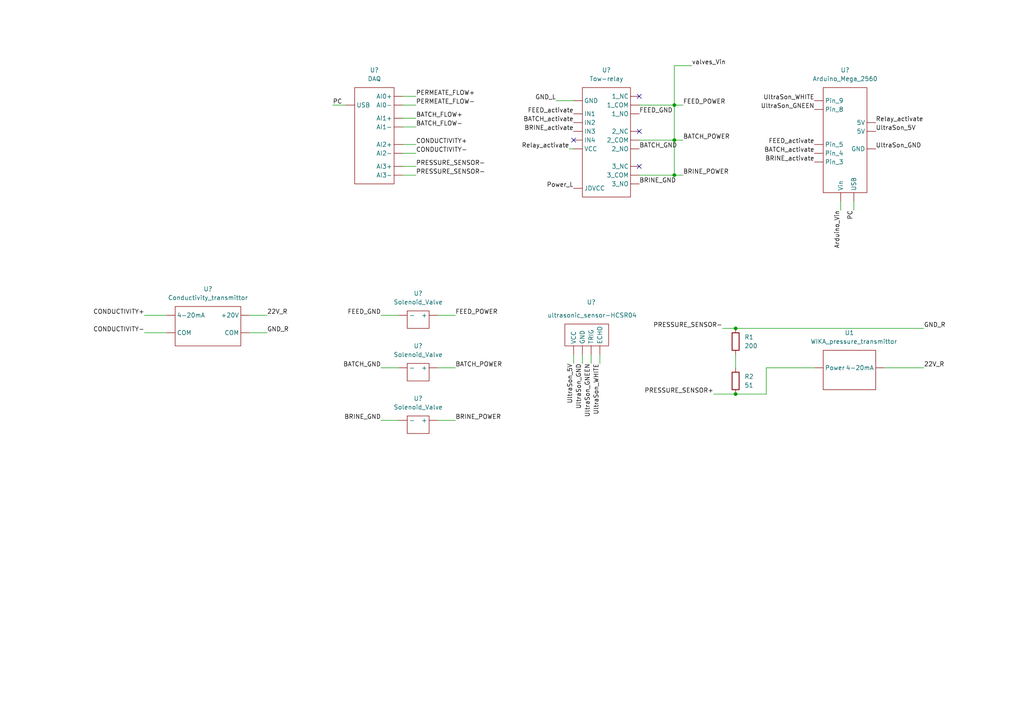
<source format=kicad_sch>
(kicad_sch (version 20211123) (generator eeschema)

  (uuid 92fff194-a5f1-4fad-9688-22485c786897)

  (paper "A4")

  (lib_symbols
    (symbol "Device:R" (pin_numbers hide) (pin_names (offset 0)) (in_bom yes) (on_board yes)
      (property "Reference" "R" (id 0) (at 2.032 0 90)
        (effects (font (size 1.27 1.27)))
      )
      (property "Value" "R" (id 1) (at 0 0 90)
        (effects (font (size 1.27 1.27)))
      )
      (property "Footprint" "" (id 2) (at -1.778 0 90)
        (effects (font (size 1.27 1.27)) hide)
      )
      (property "Datasheet" "~" (id 3) (at 0 0 0)
        (effects (font (size 1.27 1.27)) hide)
      )
      (property "ki_keywords" "R res resistor" (id 4) (at 0 0 0)
        (effects (font (size 1.27 1.27)) hide)
      )
      (property "ki_description" "Resistor" (id 5) (at 0 0 0)
        (effects (font (size 1.27 1.27)) hide)
      )
      (property "ki_fp_filters" "R_*" (id 6) (at 0 0 0)
        (effects (font (size 1.27 1.27)) hide)
      )
      (symbol "R_0_1"
        (rectangle (start -1.016 -2.54) (end 1.016 2.54)
          (stroke (width 0.254) (type default) (color 0 0 0 0))
          (fill (type none))
        )
      )
      (symbol "R_1_1"
        (pin passive line (at 0 3.81 270) (length 1.27)
          (name "~" (effects (font (size 1.27 1.27))))
          (number "1" (effects (font (size 1.27 1.27))))
        )
        (pin passive line (at 0 -3.81 90) (length 1.27)
          (name "~" (effects (font (size 1.27 1.27))))
          (number "2" (effects (font (size 1.27 1.27))))
        )
      )
    )
    (symbol "Device:ultrasonic_sensor-HCSR04" (in_bom yes) (on_board yes)
      (property "Reference" "U" (id 0) (at 0 6.35 0)
        (effects (font (size 1.27 1.27)))
      )
      (property "Value" "ultrasonic_sensor-HCSR04" (id 1) (at 0 5.08 0)
        (effects (font (size 1.27 1.27)))
      )
      (property "Footprint" "" (id 2) (at 0 0 0)
        (effects (font (size 1.27 1.27)) hide)
      )
      (property "Datasheet" "" (id 3) (at 0 0 0)
        (effects (font (size 1.27 1.27)) hide)
      )
      (symbol "ultrasonic_sensor-HCSR04_0_1"
        (rectangle (start -7.62 2.54) (end 5.08 -3.81)
          (stroke (width 0) (type default) (color 0 0 0 0))
          (fill (type none))
        )
      )
      (symbol "ultrasonic_sensor-HCSR04_1_1"
        (pin input line (at 2.54 -6.35 90) (length 2.54)
          (name "ECHO" (effects (font (size 1.27 1.27))))
          (number "" (effects (font (size 1.27 1.27))))
        )
        (pin power_in line (at -2.54 -6.35 90) (length 2.54)
          (name "GND" (effects (font (size 1.27 1.27))))
          (number "" (effects (font (size 1.27 1.27))))
        )
        (pin input line (at 0 -6.35 90) (length 2.54)
          (name "TRIG" (effects (font (size 1.27 1.27))))
          (number "" (effects (font (size 1.27 1.27))))
        )
        (pin power_in line (at -5.08 -6.35 90) (length 2.54)
          (name "VCC" (effects (font (size 1.27 1.27))))
          (number "" (effects (font (size 1.27 1.27))))
        )
      )
    )
    (symbol "Driver_Relay:Tow-relay" (in_bom yes) (on_board yes)
      (property "Reference" "U" (id 0) (at 0 10.16 0)
        (effects (font (size 1.27 1.27)))
      )
      (property "Value" "Tow-relay" (id 1) (at 0 7.62 0)
        (effects (font (size 1.27 1.27)))
      )
      (property "Footprint" "" (id 2) (at 0 0 0)
        (effects (font (size 1.27 1.27)) hide)
      )
      (property "Datasheet" "" (id 3) (at 0 0 0)
        (effects (font (size 1.27 1.27)) hide)
      )
      (symbol "Tow-relay_0_1"
        (rectangle (start -6.35 5.08) (end 7.62 -26.67)
          (stroke (width 0) (type default) (color 0 0 0 0))
          (fill (type none))
        )
      )
      (symbol "Tow-relay_1_1"
        (pin output line (at 10.16 0 180) (length 2.54)
          (name "1_COM" (effects (font (size 1.27 1.27))))
          (number "" (effects (font (size 1.27 1.27))))
        )
        (pin output line (at 10.16 2.54 180) (length 2.54)
          (name "1_NC" (effects (font (size 1.27 1.27))))
          (number "" (effects (font (size 1.27 1.27))))
        )
        (pin output line (at 10.16 -2.54 180) (length 2.54)
          (name "1_NO" (effects (font (size 1.27 1.27))))
          (number "" (effects (font (size 1.27 1.27))))
        )
        (pin output line (at 10.16 -10.16 180) (length 2.54)
          (name "2_COM" (effects (font (size 1.27 1.27))))
          (number "" (effects (font (size 1.27 1.27))))
        )
        (pin output line (at 10.16 -7.62 180) (length 2.54)
          (name "2_NC" (effects (font (size 1.27 1.27))))
          (number "" (effects (font (size 1.27 1.27))))
        )
        (pin output line (at 10.16 -12.7 180) (length 2.54)
          (name "2_NO" (effects (font (size 1.27 1.27))))
          (number "" (effects (font (size 1.27 1.27))))
        )
        (pin output line (at 10.16 -20.32 180) (length 2.54)
          (name "3_COM" (effects (font (size 1.27 1.27))))
          (number "" (effects (font (size 1.27 1.27))))
        )
        (pin output line (at 10.16 -17.78 180) (length 2.54)
          (name "3_NC" (effects (font (size 1.27 1.27))))
          (number "" (effects (font (size 1.27 1.27))))
        )
        (pin output line (at 10.16 -22.86 180) (length 2.54)
          (name "3_NO" (effects (font (size 1.27 1.27))))
          (number "" (effects (font (size 1.27 1.27))))
        )
        (pin power_in line (at -8.89 1.27 0) (length 2.54)
          (name "GND" (effects (font (size 1.27 1.27))))
          (number "" (effects (font (size 1.27 1.27))))
        )
        (pin input line (at -8.89 -2.54 0) (length 2.54)
          (name "IN1" (effects (font (size 1.27 1.27))))
          (number "" (effects (font (size 1.27 1.27))))
        )
        (pin input line (at -8.89 -5.08 0) (length 2.54)
          (name "IN2" (effects (font (size 1.27 1.27))))
          (number "" (effects (font (size 1.27 1.27))))
        )
        (pin input line (at -8.89 -7.62 0) (length 2.54)
          (name "IN3" (effects (font (size 1.27 1.27))))
          (number "" (effects (font (size 1.27 1.27))))
        )
        (pin input line (at -8.89 -10.16 0) (length 2.54)
          (name "IN4" (effects (font (size 1.27 1.27))))
          (number "" (effects (font (size 1.27 1.27))))
        )
        (pin power_in line (at -8.89 -24.13 0) (length 2.54)
          (name "JDVCC" (effects (font (size 1.27 1.27))))
          (number "" (effects (font (size 1.27 1.27))))
        )
        (pin power_in line (at -8.89 -12.7 0) (length 2.54)
          (name "VCC" (effects (font (size 1.27 1.27))))
          (number "" (effects (font (size 1.27 1.27))))
        )
      )
    )
    (symbol "MCU_Module:Arduino_Mega_2560" (in_bom yes) (on_board yes)
      (property "Reference" "U" (id 0) (at 0 16.51 0)
        (effects (font (size 1.27 1.27)))
      )
      (property "Value" "Arduino_Mega_2560" (id 1) (at 0 13.97 0)
        (effects (font (size 1.27 1.27)))
      )
      (property "Footprint" "" (id 2) (at 0 0 0)
        (effects (font (size 1.27 1.27)) hide)
      )
      (property "Datasheet" "" (id 3) (at 0 0 0)
        (effects (font (size 1.27 1.27)) hide)
      )
      (symbol "Arduino_Mega_2560_0_1"
        (rectangle (start -6.35 11.43) (end 6.35 -19.05)
          (stroke (width 0) (type default) (color 0 0 0 0))
          (fill (type none))
        )
      )
      (symbol "Arduino_Mega_2560_1_1"
        (pin output line (at 8.89 -1.27 180) (length 2.54)
          (name "5V" (effects (font (size 1.27 1.27))))
          (number "" (effects (font (size 1.27 1.27))))
        )
        (pin output line (at 8.89 1.27 180) (length 2.54)
          (name "5V" (effects (font (size 1.27 1.27))))
          (number "" (effects (font (size 1.27 1.27))))
        )
        (pin output line (at 8.89 -6.35 180) (length 2.54)
          (name "GND" (effects (font (size 1.27 1.27))))
          (number "" (effects (font (size 1.27 1.27))))
        )
        (pin output line (at -8.89 -10.16 0) (length 2.54)
          (name "Pin_3" (effects (font (size 1.27 1.27))))
          (number "" (effects (font (size 1.27 1.27))))
        )
        (pin output line (at -8.89 -7.62 0) (length 2.54)
          (name "Pin_4" (effects (font (size 1.27 1.27))))
          (number "" (effects (font (size 1.27 1.27))))
        )
        (pin output line (at -8.89 -5.08 0) (length 2.54)
          (name "Pin_5" (effects (font (size 1.27 1.27))))
          (number "" (effects (font (size 1.27 1.27))))
        )
        (pin input line (at -8.89 5.08 0) (length 2.54)
          (name "Pin_8" (effects (font (size 1.27 1.27))))
          (number "" (effects (font (size 1.27 1.27))))
        )
        (pin input line (at -8.89 7.62 0) (length 2.54)
          (name "Pin_9" (effects (font (size 1.27 1.27))))
          (number "" (effects (font (size 1.27 1.27))))
        )
        (pin bidirectional line (at 2.54 -21.59 90) (length 2.54)
          (name "USB" (effects (font (size 1.27 1.27))))
          (number "" (effects (font (size 1.27 1.27))))
        )
        (pin power_in line (at -1.27 -21.59 90) (length 2.54)
          (name "Vin" (effects (font (size 1.27 1.27))))
          (number "" (effects (font (size 1.27 1.27))))
        )
      )
    )
    (symbol "MCU_Module:DAQ" (in_bom yes) (on_board yes)
      (property "Reference" "U" (id 0) (at 0 10.16 0)
        (effects (font (size 1.27 1.27)))
      )
      (property "Value" "DAQ" (id 1) (at 0 7.62 0)
        (effects (font (size 1.27 1.27)))
      )
      (property "Footprint" "" (id 2) (at 0 0 0)
        (effects (font (size 1.27 1.27)) hide)
      )
      (property "Datasheet" "" (id 3) (at 0 0 0)
        (effects (font (size 1.27 1.27)) hide)
      )
      (symbol "DAQ_0_1"
        (rectangle (start -6.35 6.35) (end 5.08 -21.59)
          (stroke (width 0) (type default) (color 0 0 0 0))
          (fill (type none))
        )
      )
      (symbol "DAQ_1_1"
        (pin input line (at 7.62 3.81 180) (length 2.54)
          (name "AI0+" (effects (font (size 1.27 1.27))))
          (number "" (effects (font (size 1.27 1.27))))
        )
        (pin input line (at 7.62 1.27 180) (length 2.54)
          (name "AI0-" (effects (font (size 1.27 1.27))))
          (number "" (effects (font (size 1.27 1.27))))
        )
        (pin input line (at 7.62 -2.54 180) (length 2.54)
          (name "AI1+" (effects (font (size 1.27 1.27))))
          (number "" (effects (font (size 1.27 1.27))))
        )
        (pin input line (at 7.62 -5.08 180) (length 2.54)
          (name "AI1-" (effects (font (size 1.27 1.27))))
          (number "" (effects (font (size 1.27 1.27))))
        )
        (pin input line (at 7.62 -10.16 180) (length 2.54)
          (name "AI2+" (effects (font (size 1.27 1.27))))
          (number "" (effects (font (size 1.27 1.27))))
        )
        (pin input line (at 7.62 -12.7 180) (length 2.54)
          (name "AI2-" (effects (font (size 1.27 1.27))))
          (number "" (effects (font (size 1.27 1.27))))
        )
        (pin input line (at 7.62 -16.51 180) (length 2.54)
          (name "AI3+" (effects (font (size 1.27 1.27))))
          (number "" (effects (font (size 1.27 1.27))))
        )
        (pin input line (at 7.62 -19.05 180) (length 2.54)
          (name "AI3-" (effects (font (size 1.27 1.27))))
          (number "" (effects (font (size 1.27 1.27))))
        )
        (pin input line (at -8.89 1.27 0) (length 2.54)
          (name "USB" (effects (font (size 1.27 1.27))))
          (number "" (effects (font (size 1.27 1.27))))
        )
      )
    )
    (symbol "Valve:Solenoid_Valve" (in_bom yes) (on_board yes)
      (property "Reference" "U" (id 0) (at 0 10.16 0)
        (effects (font (size 1.27 1.27)))
      )
      (property "Value" "Solenoid_Valve" (id 1) (at 0 7.62 0)
        (effects (font (size 1.27 1.27)))
      )
      (property "Footprint" "" (id 2) (at 0 0 0)
        (effects (font (size 1.27 1.27)) hide)
      )
      (property "Datasheet" "" (id 3) (at 0 0 0)
        (effects (font (size 1.27 1.27)) hide)
      )
      (symbol "Solenoid_Valve_0_1"
        (rectangle (start -2.54 5.08) (end 3.81 0)
          (stroke (width 0) (type default) (color 0 0 0 0))
          (fill (type none))
        )
      )
      (symbol "Solenoid_Valve_1_1"
        (pin input line (at 6.35 3.81 180) (length 2.54)
          (name "+" (effects (font (size 1.27 1.27))))
          (number "" (effects (font (size 1.27 1.27))))
        )
        (pin input line (at -5.08 3.81 0) (length 2.54)
          (name "-" (effects (font (size 1.27 1.27))))
          (number "" (effects (font (size 1.27 1.27))))
        )
      )
    )
    (symbol "transmitter:Conductivity_transmittor" (in_bom yes) (on_board yes)
      (property "Reference" "U" (id 0) (at 0 8.89 0)
        (effects (font (size 1.27 1.27)))
      )
      (property "Value" "Conductivity_transmittor" (id 1) (at 0 6.35 0)
        (effects (font (size 1.27 1.27)))
      )
      (property "Footprint" "" (id 2) (at 0 0 0)
        (effects (font (size 1.27 1.27)) hide)
      )
      (property "Datasheet" "" (id 3) (at 0 0 0)
        (effects (font (size 1.27 1.27)) hide)
      )
      (symbol "Conductivity_transmittor_0_1"
        (rectangle (start -8.89 3.81) (end 10.16 -7.62)
          (stroke (width 0) (type default) (color 0 0 0 0))
          (fill (type none))
        )
      )
      (symbol "Conductivity_transmittor_1_1"
        (pin power_in line (at 12.7 1.27 180) (length 2.54)
          (name "+20V" (effects (font (size 1.27 1.27))))
          (number "" (effects (font (size 1.27 1.27))))
        )
        (pin power_out line (at -11.43 1.27 0) (length 2.54)
          (name "4-20mA" (effects (font (size 1.27 1.27))))
          (number "" (effects (font (size 1.27 1.27))))
        )
        (pin power_out line (at -11.43 -3.81 0) (length 2.54)
          (name "COM" (effects (font (size 1.27 1.27))))
          (number "" (effects (font (size 1.27 1.27))))
        )
        (pin power_in line (at 12.7 -3.81 180) (length 2.54)
          (name "COM" (effects (font (size 1.27 1.27))))
          (number "" (effects (font (size 1.27 1.27))))
        )
      )
    )
    (symbol "transmitter:WIKA_pressure_transmittor" (in_bom yes) (on_board yes)
      (property "Reference" "U" (id 0) (at 0 10.16 0)
        (effects (font (size 1.27 1.27)))
      )
      (property "Value" "WIKA_pressure_transmittor" (id 1) (at 0 12.7 0)
        (effects (font (size 1.27 1.27)))
      )
      (property "Footprint" "" (id 2) (at 0 0 0)
        (effects (font (size 1.27 1.27)) hide)
      )
      (property "Datasheet" "" (id 3) (at 0 0 0)
        (effects (font (size 1.27 1.27)) hide)
      )
      (symbol "WIKA_pressure_transmittor_0_1"
        (rectangle (start -7.62 6.35) (end 7.62 -5.08)
          (stroke (width 0) (type default) (color 0 0 0 0))
          (fill (type none))
        )
      )
      (symbol "WIKA_pressure_transmittor_1_1"
        (pin output line (at 10.16 1.27 180) (length 2.54)
          (name "4-20mA" (effects (font (size 1.27 1.27))))
          (number "" (effects (font (size 1.27 1.27))))
        )
        (pin input line (at -10.16 1.27 0) (length 2.54)
          (name "Power" (effects (font (size 1.27 1.27))))
          (number "" (effects (font (size 1.27 1.27))))
        )
      )
    )
  )

  (junction (at 195.58 40.64) (diameter 0) (color 0 0 0 0)
    (uuid 6a132c1a-0a95-4ac4-bb99-f6a5ff8b33d1)
  )
  (junction (at 195.58 30.48) (diameter 0) (color 0 0 0 0)
    (uuid 9ebe19af-88df-4392-9d38-b3dfa80b53b9)
  )
  (junction (at 213.36 95.25) (diameter 0) (color 0 0 0 0)
    (uuid b8ae154b-f1d2-4701-9f03-23894b34c4ad)
  )
  (junction (at 213.36 114.3) (diameter 0) (color 0 0 0 0)
    (uuid c524b0d7-352a-4551-a042-a18f623aa035)
  )
  (junction (at 195.58 50.8) (diameter 0) (color 0 0 0 0)
    (uuid d4df72e3-22e1-43d6-8089-a902e1572aa0)
  )

  (no_connect (at 166.37 40.64) (uuid 24fba2c8-2118-434d-be11-41229fcb766d))
  (no_connect (at 185.42 27.94) (uuid 24fba2c8-2118-434d-be11-41229fcb766e))
  (no_connect (at 185.42 48.26) (uuid 24fba2c8-2118-434d-be11-41229fcb766f))
  (no_connect (at 185.42 38.1) (uuid 24fba2c8-2118-434d-be11-41229fcb7670))

  (wire (pts (xy 209.55 95.25) (xy 213.36 95.25))
    (stroke (width 0) (type default) (color 0 0 0 0))
    (uuid 001cf25f-ec89-434e-ae31-e36c774f312f)
  )
  (wire (pts (xy 200.66 19.05) (xy 195.58 19.05))
    (stroke (width 0) (type default) (color 0 0 0 0))
    (uuid 04b438c9-7e7c-4e43-b07c-db781c4067e1)
  )
  (wire (pts (xy 116.84 34.29) (xy 120.65 34.29))
    (stroke (width 0) (type default) (color 0 0 0 0))
    (uuid 07ad938b-2639-4d28-a5af-cfeb9d179760)
  )
  (wire (pts (xy 213.36 102.87) (xy 213.36 106.68))
    (stroke (width 0) (type default) (color 0 0 0 0))
    (uuid 07fcc780-20de-4295-9c12-4f1911fa7ca3)
  )
  (wire (pts (xy 195.58 50.8) (xy 198.12 50.8))
    (stroke (width 0) (type default) (color 0 0 0 0))
    (uuid 0a3fc0cf-1a82-4585-97c5-4a1a5bdd8c9c)
  )
  (wire (pts (xy 116.84 30.48) (xy 120.65 30.48))
    (stroke (width 0) (type default) (color 0 0 0 0))
    (uuid 0d057604-a02a-4a25-906e-8b26c228ac6f)
  )
  (wire (pts (xy 110.49 91.44) (xy 115.57 91.44))
    (stroke (width 0) (type default) (color 0 0 0 0))
    (uuid 0e3fdeac-92a3-42fe-aded-c68fc2304de1)
  )
  (wire (pts (xy 166.37 102.87) (xy 166.37 105.41))
    (stroke (width 0) (type default) (color 0 0 0 0))
    (uuid 0fe7b95a-ae04-417f-b95b-dd34e43e06b0)
  )
  (wire (pts (xy 116.84 48.26) (xy 120.65 48.26))
    (stroke (width 0) (type default) (color 0 0 0 0))
    (uuid 2092b4eb-4c1b-43c7-a9f4-77f8c612b7ba)
  )
  (wire (pts (xy 127 106.68) (xy 132.08 106.68))
    (stroke (width 0) (type default) (color 0 0 0 0))
    (uuid 21e1f9e0-03c9-4ff0-b800-dab23a6099fa)
  )
  (wire (pts (xy 171.45 102.87) (xy 171.45 105.41))
    (stroke (width 0) (type default) (color 0 0 0 0))
    (uuid 3513f682-6b85-455e-a1bd-914bce8c6b54)
  )
  (wire (pts (xy 256.54 106.68) (xy 267.97 106.68))
    (stroke (width 0) (type default) (color 0 0 0 0))
    (uuid 365402ba-cee5-4a44-9b21-ab583dc45966)
  )
  (wire (pts (xy 116.84 36.83) (xy 120.65 36.83))
    (stroke (width 0) (type default) (color 0 0 0 0))
    (uuid 3a5d3a6e-d4c8-4766-85f1-3e8063af4a07)
  )
  (wire (pts (xy 168.91 102.87) (xy 168.91 105.41))
    (stroke (width 0) (type default) (color 0 0 0 0))
    (uuid 3c0e4f01-5344-40b4-aab8-ae7b4561e935)
  )
  (wire (pts (xy 195.58 40.64) (xy 195.58 50.8))
    (stroke (width 0) (type default) (color 0 0 0 0))
    (uuid 3c9aecef-f505-4691-9de9-c7df63812c5b)
  )
  (wire (pts (xy 222.25 114.3) (xy 222.25 106.68))
    (stroke (width 0) (type default) (color 0 0 0 0))
    (uuid 408dbe23-9b87-4b24-8dd7-a25a46e365ed)
  )
  (wire (pts (xy 110.49 121.92) (xy 115.57 121.92))
    (stroke (width 0) (type default) (color 0 0 0 0))
    (uuid 437211f9-4e0f-4f29-b05e-347c7bb2204b)
  )
  (wire (pts (xy 41.91 96.52) (xy 48.26 96.52))
    (stroke (width 0) (type default) (color 0 0 0 0))
    (uuid 450d7be3-2d23-4b19-9903-7d54b3cff566)
  )
  (wire (pts (xy 161.29 29.21) (xy 166.37 29.21))
    (stroke (width 0) (type default) (color 0 0 0 0))
    (uuid 4a1da989-f164-4d25-ab17-40868822e48e)
  )
  (wire (pts (xy 185.42 40.64) (xy 195.58 40.64))
    (stroke (width 0) (type default) (color 0 0 0 0))
    (uuid 57c86bcf-2375-4a58-b6c6-b4aa457f97e2)
  )
  (wire (pts (xy 96.52 30.48) (xy 100.33 30.48))
    (stroke (width 0) (type default) (color 0 0 0 0))
    (uuid 5efede11-0860-4765-963b-114313c5fd59)
  )
  (wire (pts (xy 207.01 114.3) (xy 213.36 114.3))
    (stroke (width 0) (type default) (color 0 0 0 0))
    (uuid 60142c7b-03d5-4ed7-b9ae-eb7563b5d137)
  )
  (wire (pts (xy 195.58 19.05) (xy 195.58 30.48))
    (stroke (width 0) (type default) (color 0 0 0 0))
    (uuid 674a7faa-7e43-48a4-907c-0e5e62911d82)
  )
  (wire (pts (xy 116.84 50.8) (xy 120.65 50.8))
    (stroke (width 0) (type default) (color 0 0 0 0))
    (uuid 72a09740-ce1b-4b19-b496-443400d1331e)
  )
  (wire (pts (xy 116.84 41.91) (xy 120.65 41.91))
    (stroke (width 0) (type default) (color 0 0 0 0))
    (uuid 772b7e69-14ae-4ccf-b455-a827a7777b9a)
  )
  (wire (pts (xy 127 121.92) (xy 132.08 121.92))
    (stroke (width 0) (type default) (color 0 0 0 0))
    (uuid 806411d2-8ae6-456f-bc11-d3f36d8d8935)
  )
  (wire (pts (xy 213.36 114.3) (xy 222.25 114.3))
    (stroke (width 0) (type default) (color 0 0 0 0))
    (uuid 8726e5e9-b10a-47d4-8218-ae80d90fcab5)
  )
  (wire (pts (xy 243.84 58.42) (xy 243.84 60.96))
    (stroke (width 0) (type default) (color 0 0 0 0))
    (uuid 8970f9f7-bab1-4dd6-baa4-f94d7dc3cffb)
  )
  (wire (pts (xy 116.84 27.94) (xy 120.65 27.94))
    (stroke (width 0) (type default) (color 0 0 0 0))
    (uuid 8b5b3ca7-21bd-4e01-92aa-54f2bcd895a8)
  )
  (wire (pts (xy 110.49 106.68) (xy 115.57 106.68))
    (stroke (width 0) (type default) (color 0 0 0 0))
    (uuid 8f6e2f9c-7e4f-4476-9760-542e4b096290)
  )
  (wire (pts (xy 41.91 91.44) (xy 48.26 91.44))
    (stroke (width 0) (type default) (color 0 0 0 0))
    (uuid 94ada2a5-bed4-4748-99c2-f38f20ea9b7a)
  )
  (wire (pts (xy 213.36 95.25) (xy 267.97 95.25))
    (stroke (width 0) (type default) (color 0 0 0 0))
    (uuid 95808c84-e38a-4e7e-933a-55adfcd20866)
  )
  (wire (pts (xy 72.39 96.52) (xy 77.47 96.52))
    (stroke (width 0) (type default) (color 0 0 0 0))
    (uuid 973acbe5-3313-4695-818e-fb23eb05ce0c)
  )
  (wire (pts (xy 185.42 50.8) (xy 195.58 50.8))
    (stroke (width 0) (type default) (color 0 0 0 0))
    (uuid 9ae9a480-f6f0-44ce-9a53-770751d4ecdf)
  )
  (wire (pts (xy 72.39 91.44) (xy 77.47 91.44))
    (stroke (width 0) (type default) (color 0 0 0 0))
    (uuid a93ddcaa-610f-46bc-bbd8-e02ec351d222)
  )
  (wire (pts (xy 185.42 30.48) (xy 195.58 30.48))
    (stroke (width 0) (type default) (color 0 0 0 0))
    (uuid ad8b4ca6-3e58-4133-be87-8a4c77520a73)
  )
  (wire (pts (xy 127 91.44) (xy 132.08 91.44))
    (stroke (width 0) (type default) (color 0 0 0 0))
    (uuid b59e922d-fb77-4045-bd44-8b06dbf6131c)
  )
  (wire (pts (xy 116.84 44.45) (xy 120.65 44.45))
    (stroke (width 0) (type default) (color 0 0 0 0))
    (uuid c78f9a4e-702b-4c26-a0fa-601bd9672ef2)
  )
  (wire (pts (xy 195.58 30.48) (xy 195.58 40.64))
    (stroke (width 0) (type default) (color 0 0 0 0))
    (uuid d719c0fa-168b-4d5b-bbee-6cfdb045c774)
  )
  (wire (pts (xy 195.58 40.64) (xy 198.12 40.64))
    (stroke (width 0) (type default) (color 0 0 0 0))
    (uuid d8d71ae9-c80f-43ed-b4a2-04b3c8dd4d97)
  )
  (wire (pts (xy 222.25 106.68) (xy 236.22 106.68))
    (stroke (width 0) (type default) (color 0 0 0 0))
    (uuid dc237333-6722-4d26-b2c2-6880b61f5e8c)
  )
  (wire (pts (xy 165.1 43.18) (xy 166.37 43.18))
    (stroke (width 0) (type default) (color 0 0 0 0))
    (uuid e4937594-09bb-47f6-b447-6828820141b7)
  )
  (wire (pts (xy 247.65 58.42) (xy 247.65 60.96))
    (stroke (width 0) (type default) (color 0 0 0 0))
    (uuid e7a6b41a-4512-458e-8f1a-ee906d406f08)
  )
  (wire (pts (xy 173.99 102.87) (xy 173.99 105.41))
    (stroke (width 0) (type default) (color 0 0 0 0))
    (uuid f0045748-cf8e-448c-ac52-0984d9973578)
  )
  (wire (pts (xy 195.58 30.48) (xy 198.12 30.48))
    (stroke (width 0) (type default) (color 0 0 0 0))
    (uuid fffacd04-b683-406f-9102-c0835562c104)
  )

  (label "PRESSURE_SENSOR+" (at 207.01 114.3 180)
    (effects (font (size 1.27 1.27)) (justify right bottom))
    (uuid 096dd631-e6d2-47a3-9104-7e56a16c37ab)
  )
  (label "BATCH_POWER" (at 198.12 40.64 0)
    (effects (font (size 1.27 1.27)) (justify left bottom))
    (uuid 09d6ba93-9415-4f2e-a4ef-977953981f35)
  )
  (label "Power_L" (at 166.37 54.61 180)
    (effects (font (size 1.27 1.27)) (justify right bottom))
    (uuid 0db3b91c-9832-473a-9fb8-7e975132a7cb)
  )
  (label "UltraSon_5V" (at 166.37 105.41 270)
    (effects (font (size 1.27 1.27)) (justify right bottom))
    (uuid 1d98c345-913b-4b54-84a0-91613af99db6)
  )
  (label "FEED_GND" (at 185.42 33.02 0)
    (effects (font (size 1.27 1.27)) (justify left bottom))
    (uuid 1ed39b2e-1a4f-4a07-8b06-40bc80fa20b7)
  )
  (label "CONDUCTIVITY-" (at 41.91 96.52 180)
    (effects (font (size 1.27 1.27)) (justify right bottom))
    (uuid 2c7cb12a-c6c5-4f80-bbd7-b8e81a926e92)
  )
  (label "FEED_POWER" (at 132.08 91.44 0)
    (effects (font (size 1.27 1.27)) (justify left bottom))
    (uuid 2c90518c-3b1b-4d5b-a902-70dea3e8a1fc)
  )
  (label "FEED_activate" (at 166.37 33.02 180)
    (effects (font (size 1.27 1.27)) (justify right bottom))
    (uuid 2ca0227b-7ff7-452e-9a60-108ff2e47fc7)
  )
  (label "Arduino_Vin" (at 243.84 60.96 270)
    (effects (font (size 1.27 1.27)) (justify right bottom))
    (uuid 2f89e4aa-911e-498a-9977-c3b4a25334fd)
  )
  (label "PRESSURE_SENSOR-" (at 209.55 95.25 180)
    (effects (font (size 1.27 1.27)) (justify right bottom))
    (uuid 3122e488-1e4d-49b5-b502-36147add693a)
  )
  (label "FEED_POWER" (at 198.12 30.48 0)
    (effects (font (size 1.27 1.27)) (justify left bottom))
    (uuid 3384be25-35ea-4f86-b201-a2ffbbcd981d)
  )
  (label "PRESSURE_SENSOR-" (at 120.65 48.26 0)
    (effects (font (size 1.27 1.27)) (justify left bottom))
    (uuid 38bd7405-4b8f-4d2b-a87f-c508e3ad49cb)
  )
  (label "PC" (at 247.65 60.96 270)
    (effects (font (size 1.27 1.27)) (justify right bottom))
    (uuid 3fcc142e-77ff-454a-9177-381c397156ef)
  )
  (label "BATCH_POWER" (at 132.08 106.68 0)
    (effects (font (size 1.27 1.27)) (justify left bottom))
    (uuid 4062ced2-6da1-4b30-bdba-c5466a11f855)
  )
  (label "CONDUCTIVITY+" (at 41.91 91.44 180)
    (effects (font (size 1.27 1.27)) (justify right bottom))
    (uuid 427d9673-8c3f-46f6-b084-b83ab5cb43e4)
  )
  (label "UltraSon_WHITE" (at 236.22 29.21 180)
    (effects (font (size 1.27 1.27)) (justify right bottom))
    (uuid 430b62a0-f716-44b4-9ed2-81dcabb04c6d)
  )
  (label "GND_R" (at 77.47 96.52 0)
    (effects (font (size 1.27 1.27)) (justify left bottom))
    (uuid 43d70c22-25e2-4bec-a872-b972bd670462)
  )
  (label "BRINE_activate" (at 236.22 46.99 180)
    (effects (font (size 1.27 1.27)) (justify right bottom))
    (uuid 52cfe300-fa85-45f7-b4c7-87d84cbba560)
  )
  (label "BRINE_POWER" (at 132.08 121.92 0)
    (effects (font (size 1.27 1.27)) (justify left bottom))
    (uuid 52f13697-f7fb-43a7-b63c-8640dd5a6f27)
  )
  (label "UltraSon_WHITE" (at 173.99 105.41 270)
    (effects (font (size 1.27 1.27)) (justify right bottom))
    (uuid 55ad7b62-10c2-428f-a701-a64bf30efecd)
  )
  (label "UltraSon_GNEEN" (at 171.45 105.41 270)
    (effects (font (size 1.27 1.27)) (justify right bottom))
    (uuid 5bbb24ad-46d5-45bc-b28a-0d11da30b5d6)
  )
  (label "BATCH_FLOW-" (at 120.65 36.83 0)
    (effects (font (size 1.27 1.27)) (justify left bottom))
    (uuid 5bc01b88-aa07-43ca-a5b9-8ec2b737137f)
  )
  (label "valves_Vin" (at 200.66 19.05 0)
    (effects (font (size 1.27 1.27)) (justify left bottom))
    (uuid 5fd4f5ba-6d79-4fb1-939f-004074e67199)
  )
  (label "BRINE_POWER" (at 198.12 50.8 0)
    (effects (font (size 1.27 1.27)) (justify left bottom))
    (uuid 6586cb1d-5959-41be-bb8e-425ea192324d)
  )
  (label "PERMEATE_FLOW+" (at 120.65 27.94 0)
    (effects (font (size 1.27 1.27)) (justify left bottom))
    (uuid 6fdfaa10-127b-4f6a-b04e-8a10b61f01fe)
  )
  (label "FEED_GND" (at 110.49 91.44 180)
    (effects (font (size 1.27 1.27)) (justify right bottom))
    (uuid 7368a357-2638-4588-9913-52b451b3da5a)
  )
  (label "UltraSon_5V" (at 254 38.1 0)
    (effects (font (size 1.27 1.27)) (justify left bottom))
    (uuid 76ccf92b-191d-4d48-a137-daa991584785)
  )
  (label "UltraSon_GND" (at 254 43.18 0)
    (effects (font (size 1.27 1.27)) (justify left bottom))
    (uuid 77238896-4e4e-4303-9813-7ffa00fabdff)
  )
  (label "GND_L" (at 161.29 29.21 180)
    (effects (font (size 1.27 1.27)) (justify right bottom))
    (uuid 7b98abb0-e86b-4a13-b7ca-795e21a5245e)
  )
  (label "BATCH_FLOW+" (at 120.65 34.29 0)
    (effects (font (size 1.27 1.27)) (justify left bottom))
    (uuid 80cc81bc-581c-471d-9cf2-b6f336f27e33)
  )
  (label "Relay_activate" (at 165.1 43.18 180)
    (effects (font (size 1.27 1.27)) (justify right bottom))
    (uuid 890cb91a-af84-4eeb-970b-4f5c878ca868)
  )
  (label "22V_R" (at 77.47 91.44 0)
    (effects (font (size 1.27 1.27)) (justify left bottom))
    (uuid 8fdbfb2d-303d-4aaf-8746-8331d37eddba)
  )
  (label "CONDUCTIVITY+" (at 120.65 41.91 0)
    (effects (font (size 1.27 1.27)) (justify left bottom))
    (uuid 98b43a78-4758-4862-a0e7-a573d428e7ae)
  )
  (label "BRINE_GND" (at 185.42 53.34 0)
    (effects (font (size 1.27 1.27)) (justify left bottom))
    (uuid a114fdda-eb09-43a1-b29e-bc1ba36140f6)
  )
  (label "BRINE_activate" (at 166.37 38.1 180)
    (effects (font (size 1.27 1.27)) (justify right bottom))
    (uuid a1eedd51-91fa-4277-becf-a2cba099a52c)
  )
  (label "UltraSon_GNEEN" (at 236.22 31.75 180)
    (effects (font (size 1.27 1.27)) (justify right bottom))
    (uuid a5a54b82-7bf1-4c88-a166-a69dc25b2f98)
  )
  (label "FEED_activate" (at 236.22 41.91 180)
    (effects (font (size 1.27 1.27)) (justify right bottom))
    (uuid a96f354a-765c-4640-a4b9-4d3021ecaaee)
  )
  (label "PRESSURE_SENSOR-" (at 120.65 50.8 0)
    (effects (font (size 1.27 1.27)) (justify left bottom))
    (uuid c306b558-a28e-4005-b5df-5a9295b88ef7)
  )
  (label "BATCH_GND" (at 185.42 43.18 0)
    (effects (font (size 1.27 1.27)) (justify left bottom))
    (uuid c4b4f014-2d7a-4333-9365-dcd26c4fa9f7)
  )
  (label "Relay_activate" (at 254 35.56 0)
    (effects (font (size 1.27 1.27)) (justify left bottom))
    (uuid c77296bc-11c2-42c8-9dd3-796de420a965)
  )
  (label "PC" (at 96.52 30.48 0)
    (effects (font (size 1.27 1.27)) (justify left bottom))
    (uuid c9080f99-4c5f-4ba9-a9bb-8b7d83320dea)
  )
  (label "22V_R" (at 267.97 106.68 0)
    (effects (font (size 1.27 1.27)) (justify left bottom))
    (uuid c9899af9-098f-4a5d-b293-3d7de84b14a9)
  )
  (label "BATCH_activate" (at 166.37 35.56 180)
    (effects (font (size 1.27 1.27)) (justify right bottom))
    (uuid ce654b54-cd80-4d07-9f92-ba4858cf050c)
  )
  (label "PERMEATE_FLOW-" (at 120.65 30.48 0)
    (effects (font (size 1.27 1.27)) (justify left bottom))
    (uuid d901736c-cd50-4d02-ae5e-26bd370a460f)
  )
  (label "BRINE_GND" (at 110.49 121.92 180)
    (effects (font (size 1.27 1.27)) (justify right bottom))
    (uuid db473769-28bb-4244-89c9-69da653ecae8)
  )
  (label "UltraSon_GND" (at 168.91 105.41 270)
    (effects (font (size 1.27 1.27)) (justify right bottom))
    (uuid e1d256c2-36f9-4002-af6c-bbbda953d168)
  )
  (label "BATCH_GND" (at 110.49 106.68 180)
    (effects (font (size 1.27 1.27)) (justify right bottom))
    (uuid e340738b-705e-4cdd-8c85-de706305511e)
  )
  (label "GND_R" (at 267.97 95.25 0)
    (effects (font (size 1.27 1.27)) (justify left bottom))
    (uuid e5f91850-a82d-4e73-9036-d5a698a9f243)
  )
  (label "BATCH_activate" (at 236.22 44.45 180)
    (effects (font (size 1.27 1.27)) (justify right bottom))
    (uuid efd194d1-ee9e-4711-9ae5-04e9decfcc73)
  )
  (label "CONDUCTIVITY-" (at 120.65 44.45 0)
    (effects (font (size 1.27 1.27)) (justify left bottom))
    (uuid fd990e22-ae11-4b97-adfc-3c1f9786edcc)
  )

  (symbol (lib_id "MCU_Module:Arduino_Mega_2560") (at 245.11 36.83 0) (unit 1)
    (in_bom yes) (on_board yes) (fields_autoplaced)
    (uuid 1f16e926-26a9-4aa1-9d78-1ec65949f760)
    (property "Reference" "U?" (id 0) (at 245.11 20.32 0))
    (property "Value" "Arduino_Mega_2560" (id 1) (at 245.11 22.86 0))
    (property "Footprint" "" (id 2) (at 245.11 36.83 0)
      (effects (font (size 1.27 1.27)) hide)
    )
    (property "Datasheet" "" (id 3) (at 245.11 36.83 0)
      (effects (font (size 1.27 1.27)) hide)
    )
    (pin "" (uuid 2755ead3-da24-4504-b4a4-6ef1ed85b33d))
    (pin "" (uuid 2755ead3-da24-4504-b4a4-6ef1ed85b33d))
    (pin "" (uuid 2755ead3-da24-4504-b4a4-6ef1ed85b33d))
    (pin "" (uuid 2755ead3-da24-4504-b4a4-6ef1ed85b33d))
    (pin "" (uuid 2755ead3-da24-4504-b4a4-6ef1ed85b33d))
    (pin "" (uuid 2755ead3-da24-4504-b4a4-6ef1ed85b33d))
    (pin "" (uuid 2755ead3-da24-4504-b4a4-6ef1ed85b33d))
    (pin "" (uuid 2755ead3-da24-4504-b4a4-6ef1ed85b33d))
    (pin "" (uuid 2755ead3-da24-4504-b4a4-6ef1ed85b33d))
    (pin "" (uuid 2755ead3-da24-4504-b4a4-6ef1ed85b33d))
  )

  (symbol (lib_id "Device:R") (at 213.36 110.49 0) (unit 1)
    (in_bom yes) (on_board yes) (fields_autoplaced)
    (uuid 27c34a42-26f9-41c6-bd40-8f658259094e)
    (property "Reference" "R2" (id 0) (at 215.9 109.2199 0)
      (effects (font (size 1.27 1.27)) (justify left))
    )
    (property "Value" "51" (id 1) (at 215.9 111.7599 0)
      (effects (font (size 1.27 1.27)) (justify left))
    )
    (property "Footprint" "" (id 2) (at 211.582 110.49 90)
      (effects (font (size 1.27 1.27)) hide)
    )
    (property "Datasheet" "~" (id 3) (at 213.36 110.49 0)
      (effects (font (size 1.27 1.27)) hide)
    )
    (pin "1" (uuid c1b16557-5156-4d02-a330-f1771ae9d328))
    (pin "2" (uuid 3d426552-0765-4b6a-a6f8-602d0e06107c))
  )

  (symbol (lib_id "transmitter:Conductivity_transmittor") (at 59.69 92.71 0) (unit 1)
    (in_bom yes) (on_board yes) (fields_autoplaced)
    (uuid 29f9c962-155a-472d-914a-493da6111a95)
    (property "Reference" "U?" (id 0) (at 60.325 83.82 0))
    (property "Value" "Conductivity_transmittor" (id 1) (at 60.325 86.36 0))
    (property "Footprint" "" (id 2) (at 59.69 92.71 0)
      (effects (font (size 1.27 1.27)) hide)
    )
    (property "Datasheet" "" (id 3) (at 59.69 92.71 0)
      (effects (font (size 1.27 1.27)) hide)
    )
    (pin "" (uuid 0f390719-2f3e-44a0-adb1-5f88679f338e))
    (pin "" (uuid 557d2f6c-8ab7-41d4-ac69-7c1ed4c279c7))
    (pin "" (uuid 81ab3bb6-c0c4-4a55-a1f0-f6bc85236cc3))
    (pin "" (uuid 584b7a20-0e2c-4fde-8fb7-dda92ca816ae))
  )

  (symbol (lib_id "Valve:Solenoid_Valve") (at 120.65 95.25 0) (unit 1)
    (in_bom yes) (on_board yes) (fields_autoplaced)
    (uuid 58954e36-a1e7-4206-bb28-15c325637dae)
    (property "Reference" "U?" (id 0) (at 121.285 85.09 0))
    (property "Value" "Solenoid_Valve" (id 1) (at 121.285 87.63 0))
    (property "Footprint" "" (id 2) (at 120.65 95.25 0)
      (effects (font (size 1.27 1.27)) hide)
    )
    (property "Datasheet" "" (id 3) (at 120.65 95.25 0)
      (effects (font (size 1.27 1.27)) hide)
    )
    (pin "" (uuid aa3e2a01-41fb-4c2c-8263-824dd4e4a2d1))
    (pin "" (uuid aa3e2a01-41fb-4c2c-8263-824dd4e4a2d1))
  )

  (symbol (lib_id "Valve:Solenoid_Valve") (at 120.65 125.73 0) (unit 1)
    (in_bom yes) (on_board yes) (fields_autoplaced)
    (uuid 5d5e98dc-fcd4-4a6b-bfa8-ab2cfc85fc67)
    (property "Reference" "U?" (id 0) (at 121.285 115.57 0))
    (property "Value" "Solenoid_Valve" (id 1) (at 121.285 118.11 0))
    (property "Footprint" "" (id 2) (at 120.65 125.73 0)
      (effects (font (size 1.27 1.27)) hide)
    )
    (property "Datasheet" "" (id 3) (at 120.65 125.73 0)
      (effects (font (size 1.27 1.27)) hide)
    )
    (pin "" (uuid 0fe1ea4a-e14e-40ad-aeca-87e92c0f2ad9))
    (pin "" (uuid 0fe1ea4a-e14e-40ad-aeca-87e92c0f2ad9))
  )

  (symbol (lib_id "MCU_Module:DAQ") (at 109.22 31.75 0) (unit 1)
    (in_bom yes) (on_board yes) (fields_autoplaced)
    (uuid 740cc2a1-4b3e-4d5f-9930-f2ecb8c5b13a)
    (property "Reference" "U?" (id 0) (at 108.585 20.32 0))
    (property "Value" "DAQ" (id 1) (at 108.585 22.86 0))
    (property "Footprint" "" (id 2) (at 109.22 31.75 0)
      (effects (font (size 1.27 1.27)) hide)
    )
    (property "Datasheet" "" (id 3) (at 109.22 31.75 0)
      (effects (font (size 1.27 1.27)) hide)
    )
    (pin "" (uuid cf852372-271e-465a-8a3c-27ff98a5fdff))
    (pin "" (uuid cf852372-271e-465a-8a3c-27ff98a5fdff))
    (pin "" (uuid cf852372-271e-465a-8a3c-27ff98a5fdff))
    (pin "" (uuid cf852372-271e-465a-8a3c-27ff98a5fdff))
    (pin "" (uuid cf852372-271e-465a-8a3c-27ff98a5fdff))
    (pin "" (uuid cf852372-271e-465a-8a3c-27ff98a5fdff))
    (pin "" (uuid cf852372-271e-465a-8a3c-27ff98a5fdff))
    (pin "" (uuid cf852372-271e-465a-8a3c-27ff98a5fdff))
    (pin "" (uuid cf852372-271e-465a-8a3c-27ff98a5fdff))
  )

  (symbol (lib_id "Device:ultrasonic_sensor-HCSR04") (at 171.45 96.52 0) (unit 1)
    (in_bom yes) (on_board yes)
    (uuid 852295dd-8ad3-447a-ab9d-66e16d468a6f)
    (property "Reference" "U?" (id 0) (at 170.18 87.63 0)
      (effects (font (size 1.27 1.27)) (justify left))
    )
    (property "Value" "ultrasonic_sensor-HCSR04" (id 1) (at 158.75 91.44 0)
      (effects (font (size 1.27 1.27)) (justify left))
    )
    (property "Footprint" "" (id 2) (at 171.45 96.52 0)
      (effects (font (size 1.27 1.27)) hide)
    )
    (property "Datasheet" "" (id 3) (at 171.45 96.52 0)
      (effects (font (size 1.27 1.27)) hide)
    )
    (pin "" (uuid 1b67946c-b197-4dd9-8b32-177dbb7ab94f))
    (pin "" (uuid 1b67946c-b197-4dd9-8b32-177dbb7ab94f))
    (pin "" (uuid 1b67946c-b197-4dd9-8b32-177dbb7ab94f))
    (pin "" (uuid 1b67946c-b197-4dd9-8b32-177dbb7ab94f))
  )

  (symbol (lib_id "Valve:Solenoid_Valve") (at 120.65 110.49 0) (unit 1)
    (in_bom yes) (on_board yes) (fields_autoplaced)
    (uuid a6c76675-772a-40d0-be44-70732a78265c)
    (property "Reference" "U?" (id 0) (at 121.285 100.33 0))
    (property "Value" "Solenoid_Valve" (id 1) (at 121.285 102.87 0))
    (property "Footprint" "" (id 2) (at 120.65 110.49 0)
      (effects (font (size 1.27 1.27)) hide)
    )
    (property "Datasheet" "" (id 3) (at 120.65 110.49 0)
      (effects (font (size 1.27 1.27)) hide)
    )
    (pin "" (uuid 3c62fb3b-9134-42f2-9102-4ce349005ff1))
    (pin "" (uuid 3c62fb3b-9134-42f2-9102-4ce349005ff1))
  )

  (symbol (lib_id "Driver_Relay:Tow-relay") (at 175.26 30.48 0) (unit 1)
    (in_bom yes) (on_board yes) (fields_autoplaced)
    (uuid b57de37e-403d-4962-af01-585771b7c879)
    (property "Reference" "U?" (id 0) (at 175.895 20.32 0))
    (property "Value" "Tow-relay" (id 1) (at 175.895 22.86 0))
    (property "Footprint" "" (id 2) (at 175.26 30.48 0)
      (effects (font (size 1.27 1.27)) hide)
    )
    (property "Datasheet" "" (id 3) (at 175.26 30.48 0)
      (effects (font (size 1.27 1.27)) hide)
    )
    (pin "" (uuid 68315089-5091-41a5-93c4-7976b5577566))
    (pin "" (uuid 68315089-5091-41a5-93c4-7976b5577566))
    (pin "" (uuid 68315089-5091-41a5-93c4-7976b5577566))
    (pin "" (uuid 68315089-5091-41a5-93c4-7976b5577566))
    (pin "" (uuid 68315089-5091-41a5-93c4-7976b5577566))
    (pin "" (uuid 68315089-5091-41a5-93c4-7976b5577566))
    (pin "" (uuid 68315089-5091-41a5-93c4-7976b5577566))
    (pin "" (uuid 68315089-5091-41a5-93c4-7976b5577566))
    (pin "" (uuid 68315089-5091-41a5-93c4-7976b5577566))
    (pin "" (uuid 68315089-5091-41a5-93c4-7976b5577566))
    (pin "" (uuid 68315089-5091-41a5-93c4-7976b5577566))
    (pin "" (uuid 68315089-5091-41a5-93c4-7976b5577566))
    (pin "" (uuid 68315089-5091-41a5-93c4-7976b5577566))
    (pin "" (uuid 68315089-5091-41a5-93c4-7976b5577566))
    (pin "" (uuid 68315089-5091-41a5-93c4-7976b5577566))
    (pin "" (uuid 68315089-5091-41a5-93c4-7976b5577566))
  )

  (symbol (lib_id "Device:R") (at 213.36 99.06 0) (unit 1)
    (in_bom yes) (on_board yes) (fields_autoplaced)
    (uuid ea23d13d-01a8-4450-97a6-420e620668d9)
    (property "Reference" "R1" (id 0) (at 215.9 97.7899 0)
      (effects (font (size 1.27 1.27)) (justify left))
    )
    (property "Value" "200" (id 1) (at 215.9 100.3299 0)
      (effects (font (size 1.27 1.27)) (justify left))
    )
    (property "Footprint" "" (id 2) (at 211.582 99.06 90)
      (effects (font (size 1.27 1.27)) hide)
    )
    (property "Datasheet" "~" (id 3) (at 213.36 99.06 0)
      (effects (font (size 1.27 1.27)) hide)
    )
    (pin "1" (uuid bbe79d5f-3f05-4d40-8fb1-0fe44c4a4eb9))
    (pin "2" (uuid a96ef29a-1297-495d-8a18-1c5b7fc45971))
  )

  (symbol (lib_id "transmitter:WIKA_pressure_transmittor") (at 246.38 107.95 0) (unit 1)
    (in_bom yes) (on_board yes)
    (uuid f9a6ff70-8539-4f08-9b54-aa67ae3d329a)
    (property "Reference" "U1" (id 0) (at 246.38 96.52 0))
    (property "Value" "WIKA_pressure_transmittor" (id 1) (at 247.65 99.06 0))
    (property "Footprint" "" (id 2) (at 246.38 107.95 0)
      (effects (font (size 1.27 1.27)) hide)
    )
    (property "Datasheet" "" (id 3) (at 246.38 107.95 0)
      (effects (font (size 1.27 1.27)) hide)
    )
    (pin "" (uuid 2ab8b564-c815-420e-b604-a9356af7f7f3))
    (pin "" (uuid 2ab8b564-c815-420e-b604-a9356af7f7f3))
  )

  (sheet_instances
    (path "/" (page "1"))
  )

  (symbol_instances
    (path "/ea23d13d-01a8-4450-97a6-420e620668d9"
      (reference "R1") (unit 1) (value "200") (footprint "")
    )
    (path "/27c34a42-26f9-41c6-bd40-8f658259094e"
      (reference "R2") (unit 1) (value "51") (footprint "")
    )
    (path "/f9a6ff70-8539-4f08-9b54-aa67ae3d329a"
      (reference "U1") (unit 1) (value "WIKA_pressure_transmittor") (footprint "")
    )
    (path "/1f16e926-26a9-4aa1-9d78-1ec65949f760"
      (reference "U?") (unit 1) (value "Arduino_Mega_2560") (footprint "")
    )
    (path "/29f9c962-155a-472d-914a-493da6111a95"
      (reference "U?") (unit 1) (value "Conductivity_transmittor") (footprint "")
    )
    (path "/58954e36-a1e7-4206-bb28-15c325637dae"
      (reference "U?") (unit 1) (value "Solenoid_Valve") (footprint "")
    )
    (path "/5d5e98dc-fcd4-4a6b-bfa8-ab2cfc85fc67"
      (reference "U?") (unit 1) (value "Solenoid_Valve") (footprint "")
    )
    (path "/740cc2a1-4b3e-4d5f-9930-f2ecb8c5b13a"
      (reference "U?") (unit 1) (value "DAQ") (footprint "")
    )
    (path "/852295dd-8ad3-447a-ab9d-66e16d468a6f"
      (reference "U?") (unit 1) (value "ultrasonic_sensor-HCSR04") (footprint "")
    )
    (path "/a6c76675-772a-40d0-be44-70732a78265c"
      (reference "U?") (unit 1) (value "Solenoid_Valve") (footprint "")
    )
    (path "/b57de37e-403d-4962-af01-585771b7c879"
      (reference "U?") (unit 1) (value "Tow-relay") (footprint "")
    )
  )
)

</source>
